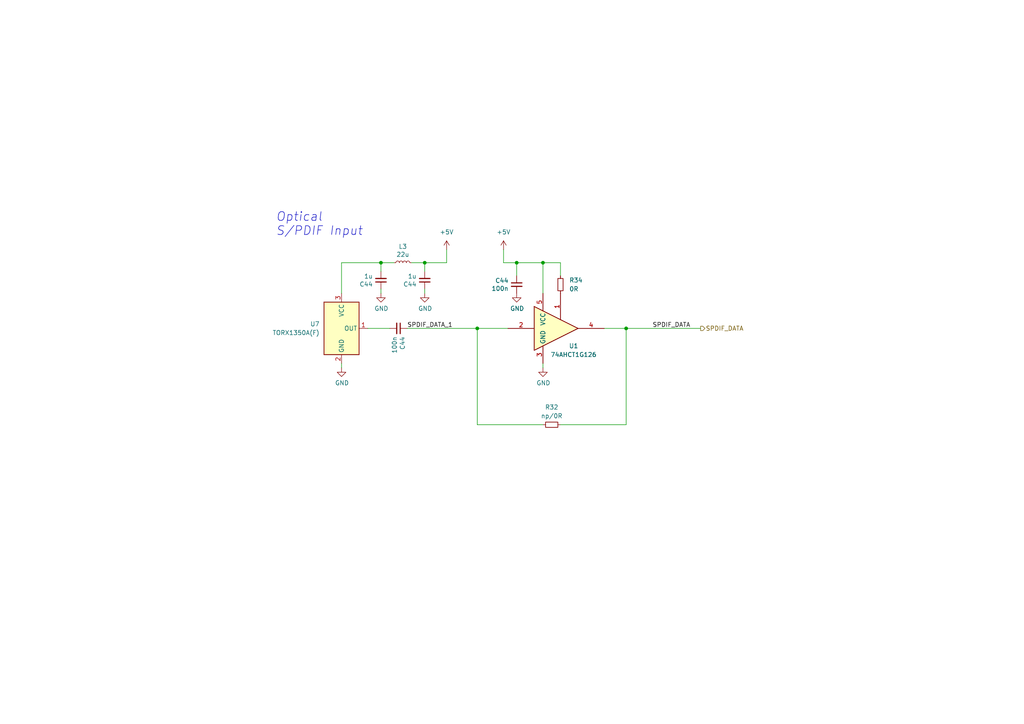
<source format=kicad_sch>
(kicad_sch (version 20230121) (generator eeschema)
  (paper "A4")
  (lib_symbols
    (symbol "74xGxx:74AHCT1G126"
      (property "Reference" "U" (at -2.54 3.81 0))
      (property "Value" "74AHCT1G126" (at 0 -3.81 0))
      (symbol "74AHCT1G126_0_1"
        (polyline (pts (xy -7.62 6.35) (xy -7.62 -6.35) (xy 5.08 0) (xy -7.62 6.35)) (stroke (width 0.254)) (fill (type background)))
      )
      (symbol "74AHCT1G126_1_1"
        (pin input line (at 0 10.16 270) (length 7.62) (name "~") (number "1"))
        (pin input line (at -15.24 0 0) (length 7.62) (name "~") (number "2"))
        (pin power_in line (at -5.08 -10.16 90) (length 5.08) (name "GND") (number "3"))
        (pin tri_state line (at 12.7 0 180) (length 7.62) (name "~") (number "4"))
        (pin power_in line (at -5.08 10.16 270) (length 5.08) (name "VCC") (number "5"))
      )
    )
    (symbol "Device:C_Small" (pin_numbers hide) (pin_names (offset 0.254) hide)
      (property "Reference" "C" (at 0.254 1.778 0))
      (property "Value" "C_Small" (at 0.254 -2.032 0))
      (symbol "C_Small_0_1"
        (polyline (pts (xy -1.524 -0.508) (xy 1.524 -0.508)) (stroke (width 0.3302)))
        (polyline (pts (xy -1.524 0.508) (xy 1.524 0.508)) (stroke (width 0.3048)))
      )
      (symbol "C_Small_1_1"
        (pin passive line (at 0 2.54 270) (length 2.032) (name "~") (number "1"))
        (pin passive line (at 0 -2.54 90) (length 2.032) (name "~") (number "2"))
      )
    )
    (symbol "Device:L_Small" (pin_numbers hide) (pin_names (offset 0.254) hide)
      (property "Reference" "L" (at 0.762 1.016 0))
      (property "Value" "L_Small" (at 0.762 -1.016 0))
      (symbol "L_Small_0_1"
        (arc (start 0 -2.032) (mid 0.5058 -1.524) (end 0 -1.016))
        (arc (start 0 -1.016) (mid 0.5058 -0.508) (end 0 0))
        (arc (start 0 0) (mid 0.5058 0.508) (end 0 1.016))
        (arc (start 0 1.016) (mid 0.5058 1.524) (end 0 2.032))
      )
      (symbol "L_Small_1_1"
        (pin passive line (at 0 2.54 270) (length 0.508) (name "~") (number "1"))
        (pin passive line (at 0 -2.54 90) (length 0.508) (name "~") (number "2"))
      )
    )
    (symbol "Device:R_Small" (pin_numbers hide) (pin_names (offset 0.254) hide)
      (property "Reference" "R" (at 0.762 0.508 0))
      (property "Value" "R_Small" (at 0.762 -1.016 0))
      (symbol "R_Small_0_1"
        (rectangle (start -0.762 1.778) (end 0.762 -1.778) (stroke (width 0.2032)))
      )
      (symbol "R_Small_1_1"
        (pin passive line (at 0 2.54 270) (length 0.762) (name "~") (number "1"))
        (pin passive line (at 0 -2.54 90) (length 0.762) (name "~") (number "2"))
      )
    )
    (symbol "LNIC_Connector_Optical:TORX1350A(F)"
      (property "Reference" "U" (at -3.81 8.89 0))
      (property "Value" "TORX1350A(F)" (at 8.89 -8.89 0))
      (symbol "TORX1350A(F)_0_1"
        (rectangle (start -5.08 7.62) (end 5.08 -7.62) (stroke (width 0.254)) (fill (type background)))
      )
      (symbol "TORX1350A(F)_1_1"
        (pin power_in line (at 7.62 0 180) (length 2.54) (name "OUT") (number "1"))
        (pin power_in line (at 0 -10.16 90) (length 2.54) (name "GND") (number "2"))
        (pin power_in line (at 0 10.16 270) (length 2.54) (name "VCC") (number "3"))
        (pin no_connect line (at -7.62 0 0) (length 2.54) hide (name "NC") (number "4"))
        (pin no_connect line (at -7.62 -2.54 0) (length 2.54) hide (name "NC") (number "5"))
      )
    )
    (symbol "power:+5V" (power) (pin_names (offset 0))
      (property "Value" "+5V" (at 0 3.556 0))
      (symbol "+5V_0_1"
        (polyline (pts (xy -0.762 1.27) (xy 0 2.54)))
        (polyline (pts (xy 0 0) (xy 0 2.54)))
        (polyline (pts (xy 0 2.54) (xy 0.762 1.27)))
      )
      (symbol "+5V_1_1"
        (pin power_in line (at 0 0 90) (length 0) hide (name "+5V") (number "1"))
      )
    )
    (symbol "power:GND" (power) (pin_names (offset 0))
      (property "Value" "GND" (at 0 -3.81 0))
      (symbol "GND_0_1"
        (polyline (pts (xy 0 0) (xy 0 -1.27) (xy 1.27 -1.27) (xy 0 -2.54) (xy -1.27 -1.27) (xy 0 -1.27)))
      )
      (symbol "GND_1_1"
        (pin power_in line (at 0 0 270) (length 0) hide (name "GND") (number "1"))
      )
    )
  )
  (junction (at 138.43 95.25))
  (junction (at 110.49 76.2))
  (junction (at 157.48 76.2))
  (junction (at 123.19 76.2))
  (junction (at 181.61 95.25))
  (junction (at 149.86 76.2))
  (wire (pts (xy 181.61 123.19) (xy 181.61 95.25)))
  (wire (pts (xy 138.43 95.25) (xy 147.32 95.25)))
  (wire (pts (xy 119.38 76.2) (xy 123.19 76.2)))
  (wire (pts (xy 162.56 123.19) (xy 181.61 123.19)))
  (wire (pts (xy 123.19 76.2) (xy 123.19 78.74)))
  (wire (pts (xy 149.86 76.2) (xy 149.86 80.01)))
  (wire (pts (xy 123.19 76.2) (xy 129.54 76.2)))
  (wire (pts (xy 99.06 76.2) (xy 99.06 85.09)))
  (wire (pts (xy 123.19 85.09) (xy 123.19 83.82)))
  (wire (pts (xy 110.49 78.74) (xy 110.49 76.2)))
  (wire (pts (xy 157.48 123.19) (xy 138.43 123.19)))
  (wire (pts (xy 110.49 76.2) (xy 114.3 76.2)))
  (wire (pts (xy 157.48 76.2) (xy 157.48 85.09)))
  (wire (pts (xy 106.68 95.25) (xy 113.03 95.25)))
  (wire (pts (xy 181.61 95.25) (xy 175.26 95.25)))
  (wire (pts (xy 146.05 72.39) (xy 146.05 76.2)))
  (wire (pts (xy 146.05 76.2) (xy 149.86 76.2)))
  (wire (pts (xy 110.49 76.2) (xy 99.06 76.2)))
  (wire (pts (xy 157.48 76.2) (xy 162.56 76.2)))
  (wire (pts (xy 162.56 76.2) (xy 162.56 80.01)))
  (wire (pts (xy 110.49 85.09) (xy 110.49 83.82)))
  (wire (pts (xy 118.11 95.25) (xy 138.43 95.25)))
  (wire (pts (xy 138.43 123.19) (xy 138.43 95.25)))
  (wire (pts (xy 99.06 106.68) (xy 99.06 105.41)))
  (wire (pts (xy 129.54 72.39) (xy 129.54 76.2)))
  (wire (pts (xy 181.61 95.25) (xy 203.2 95.25)))
  (wire (pts (xy 149.86 76.2) (xy 157.48 76.2)))
  (wire (pts (xy 157.48 106.68) (xy 157.48 105.41)))
  (text "Optical\nS/PDIF Input" (at 80.01 68.58 0) (effects (font (size 2.54 2.54) italic) (justify left bottom)))
  (label "SPDIF_DATA_1" (at 118.11 95.25 0))
  (label "SPDIF_DATA" (at 189.23 95.25 0))
  (hierarchical_label "SPDIF_DATA" (shape output) (at 203.2 95.25 0))
  (symbol (lib_id "power:GND") (at 157.48 106.68 0) (unit 1)
    (property "Reference" "#PWR0110" (effects hide))
    (property "Value" "GND" (at 157.607 111.0742 0))
  )
  (symbol (lib_id "74xGxx:74AHCT1G126") (at 162.56 95.25 0) (unit 1)
    (property "Reference" "U1" (at 166.37 100.33 0))
    (property "Value" "74AHCT1G126" (at 166.37 102.87 0))
    (property "Footprint" "Package_TO_SOT_SMD:SOT-353_SC-70-5_Handsoldering" (effects hide))
    (property "Datasheet" "http://www.ti.com/lit/sg/scyt129e/scyt129e.pdf" (effects hide))
  )
  (symbol (lib_id "power:GND") (at 99.06 106.68 0) (unit 1)
    (property "Reference" "#PWR049" (effects hide))
    (property "Value" "GND" (at 99.187 111.0742 0))
  )
  (symbol (lib_id "Device:R_Small") (at 162.56 82.55 180) (unit 1)
    (property "Reference" "R34" (at 165.1 81.28 0) (effects (justify right)))
    (property "Value" "0R" (at 165.1 83.82 0) (effects (justify right)))
  )
  (symbol (lib_id "Device:R_Small") (at 160.02 123.19 90) (unit 1)
    (property "Reference" "R32" (at 160.02 118.11 90))
    (property "Value" "np/0R" (at 160.02 120.65 90))
  )
  (symbol (lib_id "power:+5V") (at 129.54 72.39 0) (unit 1)
    (property "Reference" "#PWR0100" (effects hide))
    (property "Value" "+5V" (at 129.54 67.31 0))
    (instances (project "ample" (path "" (reference "#PWR0100") (unit 1)) (path "" (reference "#PWR051") (unit 1))))
  )
  (symbol (lib_id "Device:C_Small") (at 110.49 81.28 180) (unit 1)
    (property "Reference" "C44" (at 108.1532 82.4484 0) (effects (justify left)))
    (property "Value" "1u" (at 108.1532 80.137 0) (effects (justify left)))
    (instances (project "ample" (path "" (reference "C44") (unit 1)) (path "" (reference "C24") (unit 1))))
  )
  (symbol (lib_id "power:GND") (at 149.86 85.09 0) (unit 1)
    (property "Reference" "#PWR0109" (effects hide))
    (property "Value" "GND" (at 149.987 89.4842 0))
  )
  (symbol (lib_id "power:GND") (at 110.49 85.09 0) (unit 1)
    (property "Reference" "#PWR045" (effects hide))
    (property "Value" "GND" (at 110.617 89.4842 0))
  )
  (symbol (lib_id "LNIC_Connector_Optical:TORX1350A(F)") (at 99.06 95.25 0) (unit 1)
    (property "Reference" "U7" (at 92.71 93.98 0) (effects (justify right)))
    (property "Value" "TORX1350A(F)" (at 92.71 96.52 0) (effects (justify right)))
    (property "Footprint" "LNIC_Connector_Optical:TOSLINK_TORX1350A(F)_Horizontal" (effects hide))
    (property "Datasheet" "https://toshiba.semicon-storage.com/info/TORX1350A(F)_datasheet_en_20200312.pdf?did=35629&prodName=TORX1350A(F)" (effects hide))
  )
  (symbol (lib_id "Device:C_Small") (at 149.86 82.55 0) (mirror y) (unit 1)
    (property "Reference" "C44" (at 147.5232 81.3816 0) (effects (justify left)))
    (property "Value" "100n" (at 147.5232 83.693 0) (effects (justify left)))
    (instances (project "ample" (path "" (reference "C44") (unit 1)) (path "" (reference "C63") (unit 1))))
  )
  (symbol (lib_id "power:GND") (at 123.19 85.09 0) (unit 1)
    (property "Reference" "#PWR047" (effects hide))
    (property "Value" "GND" (at 123.317 89.4842 0))
  )
  (symbol (lib_id "Device:C_Small") (at 115.57 95.25 270) (unit 1)
    (property "Reference" "C44" (at 116.7384 97.5868 0) (effects (justify left)))
    (property "Value" "100n" (at 114.427 97.5868 0) (effects (justify left)))
    (instances (project "ample" (path "" (reference "C44") (unit 1)) (path "" (reference "C23") (unit 1))))
  )
  (symbol (lib_id "Device:L_Small") (at 116.84 76.2 90) (unit 1)
    (property "Reference" "L3" (at 116.84 71.501 90))
    (property "Value" "22u" (at 116.84 73.8124 90))
    (instances (project "ample" (path "" (reference "L3") (unit 1)) (path "" (reference "L2") (unit 1))))
  )
  (symbol (lib_id "Device:C_Small") (at 123.19 81.28 180) (unit 1)
    (property "Reference" "C44" (at 120.8532 82.4484 0) (effects (justify left)))
    (property "Value" "1u" (at 120.8532 80.137 0) (effects (justify left)))
    (instances (project "ample" (path "" (reference "C44") (unit 1)) (path "" (reference "C25") (unit 1))))
  )
  (symbol (lib_id "power:+5V") (at 146.05 72.39 0) (mirror y) (unit 1)
    (property "Reference" "#PWR0100" (effects hide))
    (property "Value" "+5V" (at 146.05 67.31 0))
    (instances (project "ample" (path "" (reference "#PWR0100") (unit 1)) (path "" (reference "#PWR0108") (unit 1))))
  )
)
</source>
